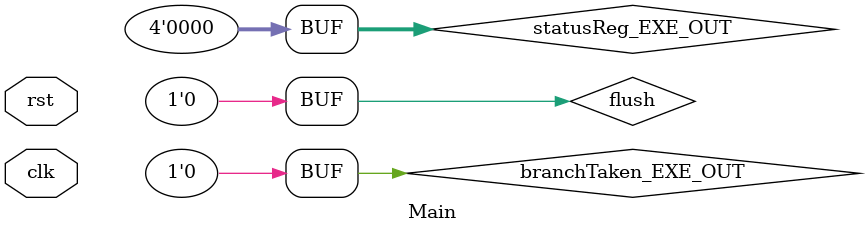
<source format=v>
`timescale 1ns/1ns
module Main(rst, clk);

  input rst, clk;

  wire[31:0] branchAddress_EXE_OUT;
  wire flush, hazard;
  wire[31:0] PC_IF_OUT, instructionReg_IF_OUT;
  wire[3:0] destWB_EXE_OUT, statusReg_EXE_OUT;
  wire[3:0] exeCMD_ID_OUT, Dest_ID_R_OUT;
  wire[31:0] valueWB_EXE_OUT;
  wire S_UpdateSig_ID_OUT, branch_ID_OUT, memWriteEn_ID_OUT, memReadEn_ID_OUT, WB_EN_ID_OUT;
  wire[3:0] exeCMD_ID_R_OUT;
  wire[31:0] res1_ID_OUT, res2_ID_OUT, res1_ID_R_OUT, res2_ID_R_OUT, PC_ID_R_OUT;
  wire[31:0] PC_ID_OUT, ALU_result_EXE_OUT, Br_addr_EXE_OUT;
  wire[23:0] Signed_imm_24_ID_R_OUT, SignedImm24_ID_OUT;
  wire[11:0] shiftOperand_ID_R_OUT;
  wire[3:0] Dest_ID_OUT, status_EXE_OUT;
  wire isImmidiate_ID_OUT;
  wire[11:0] shiftOperand_ID_OUT;
  wire branchTaken_EXE_OUT;
  wire carry;
  wire two_src;
  wire [3:0] src1, src2;
  
  wire WB_EN_EXE_R_OUT, MEM_R_EN_EXE_R_OUT, MEM_W_EN_EXE_R_OUT;
  wire[31:0] ALU_result_EXE_R_OUT, ST_val_EXE_R_OUT;
  wire[3:0] Dest_EXE_R_OUT;
  
  wire[31:0] MEM_result_MEM;
  wire WB_EN_MEM_R_OUT, MEM_R_en_MEM_R_OUT;
  wire[31:0] ALU_result_MEM_R_OUT, Mem_read_value_MEM_R_OUT;
  wire[3:0] Dest_R_OUT;
  
  wire[31:0] WB_value;
 //*****************************************************************************************************temp
  assign statusReg_EXE_OUT = 4'b0;
  assign flush = 1'b0;
  assign branchTaken_EXE_OUT = 1'b0;
 //*****************************************************************************************************temp

  IFStage iFStage(rst, clk, hazard, branchTaken_EXE_OUT, branchAddress_EXE_OUT, PC_IF_OUT, instructionReg_IF_OUT);

  IDStage iDStage(.rst(rst), .clk(clk), .flush(flush), .PCIn(PC_IF_OUT), .instructionReg(instructionReg_IF_OUT),
    .WB_EN_IN(WB_EN_MEM_R_OUT), .destWB(Dest_R_OUT), .valueWB(WB_value), .hazard(hazard), .statusReg(statusReg_EXE_OUT),
   .S_UpdateSig(S_UpdateSig_ID_OUT), .branch(branch_ID_OUT), .memWriteEn(memWriteEn_ID_OUT), .memReadEn(memReadEn_ID_OUT),
   .WB_EN(WB_EN_ID_OUT), .exeCMD(exeCMD_ID_OUT), .res1(res1_ID_OUT), .res2(res2_ID_OUT), .PC(PC_ID_OUT),
   .signedImm24(SignedImm24_ID_OUT), .Dest(Dest_ID_OUT), .isImmidiate(isImmidiate_ID_OUT), .shiftOperand(shiftOperand_ID_OUT), .two_src(two_src), .src1(src1), .src2(src2));

  IDStageReg iDStageReg(.rst(rst), .clk(clk), .flush(flush), .S_UpdateSigIn(S_UpdateSig_ID_OUT), .branchIn(branch_ID_OUT),
    .memWriteEnIn(memWriteEn_ID_OUT), .memReadEnIn(memReadEn_ID_OUT), .WB_EN_IN(WB_EN_ID_OUT), .exeCMDIn(exeCMD_ID_OUT),
    .res1In(res1_ID_OUT), .res2In(res2_ID_OUT), .PCIn(PC_ID_OUT), .signedImm24In(SignedImm24_ID_OUT), .DestIn(Dest_ID_OUT),
    .isImmidiateIn(isImmidiate_ID_OUT), .shiftOperandIn(shiftOperand_ID_OUT), .carryIn(status_EXE_OUT[1]), .S_UpdateSig(S_UpdateSig_ID_R_OUT),
    .branch(branch_ID_R_OUT), .memWriteEn(memWriteEn_ID_R_OUT), .memReadEn(memReadEn_ID_R_OUT), .WB_EN(WB_EN_ID_R_OUT),
    .exeCMD(exeCMD_ID_R_OUT), .res1(res1_ID_R_OUT), .res2(res2_ID_R_OUT), .PC(PC_ID_R_OUT), .signedImm24(Signed_imm_24_ID_R_OUT),
    .Dest(Dest_ID_R_OUT), .isImmidiate(isImmidiate_ID_R_OUT), .shiftOperand(shiftOperand_ID_R_OUT), .carry(carry));
  
  HazardDetectionUnit hazardDetectionUnit(two_src, src1, src2, Dest_ID_R_OUT, WB_EN_ID_R_OUT, Dest_EXE_R_OUT, WB_EN_EXE_R_OUT, hazard);

  EXEStage exeStage(rst, clk, S_UpdateSig_ID_R_OUT, carry, exeCMD_ID_R_OUT, memReadEn_ID_R_OUT, memWriteEn_ID_R_OUT, PC_ID_R_OUT,
   res1_ID_R_OUT, res2_ID_R_OUT, isImmidiate_ID_R_OUT, shiftOperand_ID_R_OUT, Signed_imm_24_ID_R_OUT, ALU_result_EXE_OUT, Br_addr_EXE_OUT, status_EXE_OUT);
  
  EXEStageReg exeStageReg(rst, clk, WB_EN_ID_R_OUT, memReadEn_ID_R_OUT, memWriteEn_ID_R_OUT, ALU_result_EXE_OUT, res2_ID_R_OUT, Dest_ID_R_OUT, WB_EN_EXE_R_OUT,
    MEM_R_EN_EXE_R_OUT, MEM_W_EN_EXE_R_OUT, ALU_result_EXE_R_OUT, ST_val_EXE_R_OUT, Dest_EXE_R_OUT);
  
  DataMemory memStage(rst, clk, MEM_R_EN_EXE_R_OUT, MEM_W_EN_EXE_R_OUT, ALU_result_EXE_R_OUT, ST_val_EXE_R_OUT, MEM_result_MEM);
  
  MemStageReg memStageReg(rst, clk, WB_EN_EXE_R_OUT, MEM_R_EN_EXE_R_OUT, ALU_result_EXE_R_OUT, MEM_result_MEM, Dest_EXE_R_OUT, WB_EN_MEM_R_OUT, MEM_R_en_MEM_R_OUT,
    ALU_result_MEM_R_OUT, Mem_read_value_MEM_R_OUT, Dest_R_OUT);
    
  WBStage wbStage(ALU_result_MEM_R_OUT, Mem_read_value_MEM_R_OUT, MEM_R_en_MEM_R_OUT, WB_value);
endmodule
</source>
